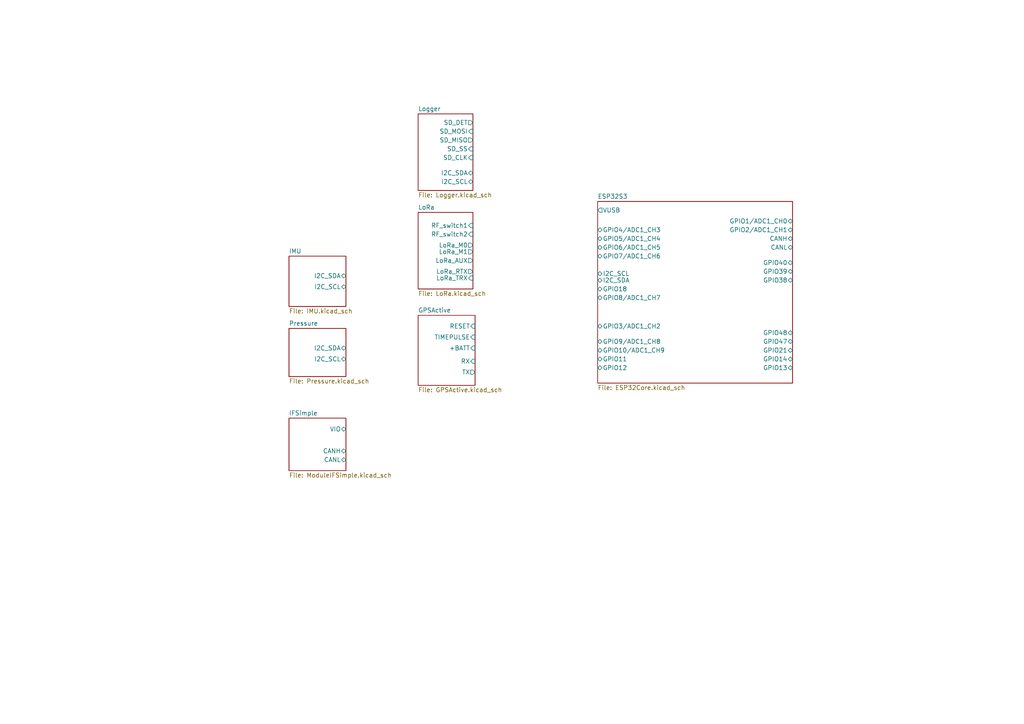
<source format=kicad_sch>
(kicad_sch
	(version 20231120)
	(generator "eeschema")
	(generator_version "8.0")
	(uuid "09ffad5f-d798-427b-afb7-94e9cea30a78")
	(paper "A4")
	(lib_symbols)
	(sheet
		(at 121.285 61.595)
		(size 15.875 22.225)
		(fields_autoplaced yes)
		(stroke
			(width 0.1524)
			(type solid)
		)
		(fill
			(color 0 0 0 0.0000)
		)
		(uuid "371b9fab-2c38-4ddb-b7b9-207fdf0685c9")
		(property "Sheetname" "LoRa"
			(at 121.285 60.8834 0)
			(effects
				(font
					(size 1.27 1.27)
				)
				(justify left bottom)
			)
		)
		(property "Sheetfile" "LoRa.kicad_sch"
			(at 121.285 84.4046 0)
			(effects
				(font
					(size 1.27 1.27)
				)
				(justify left top)
			)
		)
		(pin "RF_switch2" input
			(at 137.16 67.945 0)
			(effects
				(font
					(size 1.27 1.27)
				)
				(justify right)
			)
			(uuid "c65c85e1-c509-4299-bb0a-d5d430ea4b7a")
		)
		(pin "RF_switch1" input
			(at 137.16 65.405 0)
			(effects
				(font
					(size 1.27 1.27)
				)
				(justify right)
			)
			(uuid "3faea304-2166-4009-a353-c10fce93b023")
		)
		(pin "LoRa_M0" output
			(at 137.16 71.12 0)
			(effects
				(font
					(size 1.27 1.27)
				)
				(justify right)
			)
			(uuid "56bf9319-1adf-43bc-b89f-f2d0328be66e")
		)
		(pin "LoRa_AUX" output
			(at 137.16 75.565 0)
			(effects
				(font
					(size 1.27 1.27)
				)
				(justify right)
			)
			(uuid "c39434c1-b419-4bce-a678-eb75a0e87df5")
		)
		(pin "LoRa_M1" output
			(at 137.16 73.025 0)
			(effects
				(font
					(size 1.27 1.27)
				)
				(justify right)
			)
			(uuid "c02a539f-1dd3-4258-8f66-139f61d9aca9")
		)
		(pin "LoRa_RTX" output
			(at 137.16 78.74 0)
			(effects
				(font
					(size 1.27 1.27)
				)
				(justify right)
			)
			(uuid "804bc9b2-a93e-404a-89ac-14b464990df4")
		)
		(pin "LoRa_TRX" input
			(at 137.16 80.645 0)
			(effects
				(font
					(size 1.27 1.27)
				)
				(justify right)
			)
			(uuid "eb5e6528-8e5a-42a2-a359-aafa7a160351")
		)
		(instances
			(project "tri-measurement"
				(path "/09ffad5f-d798-427b-afb7-94e9cea30a78"
					(page "5")
				)
			)
		)
	)
	(sheet
		(at 121.285 33.02)
		(size 15.875 22.225)
		(fields_autoplaced yes)
		(stroke
			(width 0.1524)
			(type solid)
		)
		(fill
			(color 0 0 0 0.0000)
		)
		(uuid "71f191a0-ae72-46c9-a8f5-926308a69c87")
		(property "Sheetname" "Logger"
			(at 121.285 32.3084 0)
			(effects
				(font
					(size 1.27 1.27)
				)
				(justify left bottom)
			)
		)
		(property "Sheetfile" "Logger.kicad_sch"
			(at 121.285 55.8296 0)
			(effects
				(font
					(size 1.27 1.27)
				)
				(justify left top)
			)
		)
		(pin "SD_DET" output
			(at 137.16 35.56 0)
			(effects
				(font
					(size 1.27 1.27)
				)
				(justify right)
			)
			(uuid "82205120-d63d-4933-aa2e-07c012098cfb")
		)
		(pin "SD_MOSI" input
			(at 137.16 38.1 0)
			(effects
				(font
					(size 1.27 1.27)
				)
				(justify right)
			)
			(uuid "8b3567f1-9167-4f90-85e8-e3519c15c337")
		)
		(pin "SD_MISO" output
			(at 137.16 40.64 0)
			(effects
				(font
					(size 1.27 1.27)
				)
				(justify right)
			)
			(uuid "fb2fade7-4ce9-4b59-a535-9ec275e84edb")
		)
		(pin "SD_SS" input
			(at 137.16 43.18 0)
			(effects
				(font
					(size 1.27 1.27)
				)
				(justify right)
			)
			(uuid "1e1ae774-543a-4491-b83e-d603666dcecc")
		)
		(pin "SD_CLK" input
			(at 137.16 45.72 0)
			(effects
				(font
					(size 1.27 1.27)
				)
				(justify right)
			)
			(uuid "f2470f80-7430-4a41-9888-eefbe24a707c")
		)
		(pin "I2C_SCL" bidirectional
			(at 137.16 52.705 0)
			(effects
				(font
					(size 1.27 1.27)
				)
				(justify right)
			)
			(uuid "25c08f8b-86da-41d3-b808-b3b4f418e90b")
		)
		(pin "I2C_SDA" bidirectional
			(at 137.16 50.165 0)
			(effects
				(font
					(size 1.27 1.27)
				)
				(justify right)
			)
			(uuid "ad6a99dd-2b8a-4632-8741-b072e5be147f")
		)
		(instances
			(project "tri-measurement"
				(path "/09ffad5f-d798-427b-afb7-94e9cea30a78"
					(page "6")
				)
			)
		)
	)
	(sheet
		(at 121.285 91.44)
		(size 16.51 20.32)
		(fields_autoplaced yes)
		(stroke
			(width 0.1524)
			(type solid)
		)
		(fill
			(color 0 0 0 0.0000)
		)
		(uuid "72b5d682-ff11-4742-a93c-04bf0fd29476")
		(property "Sheetname" "GPSActive"
			(at 121.285 90.7284 0)
			(effects
				(font
					(size 1.27 1.27)
				)
				(justify left bottom)
			)
		)
		(property "Sheetfile" "GPSActive.kicad_sch"
			(at 121.285 112.3446 0)
			(effects
				(font
					(size 1.27 1.27)
				)
				(justify left top)
			)
		)
		(pin "TX" output
			(at 137.795 107.95 0)
			(effects
				(font
					(size 1.27 1.27)
				)
				(justify right)
			)
			(uuid "26f69f44-7cc7-495d-ab39-db944b11a4bc")
		)
		(pin "RESET" input
			(at 137.795 94.615 0)
			(effects
				(font
					(size 1.27 1.27)
				)
				(justify right)
			)
			(uuid "8a8901bc-4332-4941-9141-7100699a3989")
		)
		(pin "TIMEPULSE" input
			(at 137.795 97.79 0)
			(effects
				(font
					(size 1.27 1.27)
				)
				(justify right)
			)
			(uuid "1440a3bf-b9d1-4f7e-9103-7a02d527659a")
		)
		(pin "+BATT" input
			(at 137.795 100.965 0)
			(effects
				(font
					(size 1.27 1.27)
				)
				(justify right)
			)
			(uuid "46a4ec53-794d-4cdf-acc5-1e58ebb3c506")
		)
		(pin "RX" input
			(at 137.795 104.775 0)
			(effects
				(font
					(size 1.27 1.27)
				)
				(justify right)
			)
			(uuid "8ef2b0e6-ac7a-4a76-92be-e30a891918bf")
		)
		(instances
			(project "tri-measurement"
				(path "/09ffad5f-d798-427b-afb7-94e9cea30a78"
					(page "4")
				)
			)
		)
	)
	(sheet
		(at 173.355 58.42)
		(size 56.515 52.705)
		(fields_autoplaced yes)
		(stroke
			(width 0.1524)
			(type solid)
		)
		(fill
			(color 0 0 0 0.0000)
		)
		(uuid "79b2b908-6cd5-4c44-a29c-23eb70a47c31")
		(property "Sheetname" "ESP32S3"
			(at 173.355 57.7084 0)
			(effects
				(font
					(size 1.27 1.27)
				)
				(justify left bottom)
			)
		)
		(property "Sheetfile" "ESP32Core.kicad_sch"
			(at 173.355 111.7096 0)
			(effects
				(font
					(size 1.27 1.27)
				)
				(justify left top)
			)
		)
		(pin "GPIO3{slash}ADC1_CH2" bidirectional
			(at 173.355 94.615 180)
			(effects
				(font
					(size 1.27 1.27)
				)
				(justify left)
			)
			(uuid "6b3094e3-b949-49c3-8bd8-285c154e1e21")
		)
		(pin "GPIO2{slash}ADC1_CH1" bidirectional
			(at 229.87 66.675 0)
			(effects
				(font
					(size 1.27 1.27)
				)
				(justify right)
			)
			(uuid "6db3b1e3-1679-41e2-b359-ed1ca234802d")
		)
		(pin "GPIO5{slash}ADC1_CH4" bidirectional
			(at 173.355 69.215 180)
			(effects
				(font
					(size 1.27 1.27)
				)
				(justify left)
			)
			(uuid "5d6a7a1d-a5e5-440e-9bd9-513df0921c32")
		)
		(pin "GPIO4{slash}ADC1_CH3" bidirectional
			(at 173.355 66.675 180)
			(effects
				(font
					(size 1.27 1.27)
				)
				(justify left)
			)
			(uuid "6d58c9b6-35b4-4cc2-8a3c-e6a8f8b1db9c")
		)
		(pin "GPIO1{slash}ADC1_CH0" bidirectional
			(at 229.87 64.135 0)
			(effects
				(font
					(size 1.27 1.27)
				)
				(justify right)
			)
			(uuid "8097ab97-3769-4ba6-ba74-8c174aaf136c")
		)
		(pin "GPIO6{slash}ADC1_CH5" bidirectional
			(at 173.355 71.755 180)
			(effects
				(font
					(size 1.27 1.27)
				)
				(justify left)
			)
			(uuid "125d4028-5a0d-4c25-9915-d38f753e0b6b")
		)
		(pin "GPIO7{slash}ADC1_CH6" bidirectional
			(at 173.355 74.295 180)
			(effects
				(font
					(size 1.27 1.27)
				)
				(justify left)
			)
			(uuid "8cc0d30d-40d3-49ee-872b-af844decab14")
		)
		(pin "VUSB" output
			(at 173.355 60.96 180)
			(effects
				(font
					(size 1.27 1.27)
				)
				(justify left)
			)
			(uuid "7670f563-17bc-4265-ae78-45d7fadbf9f5")
		)
		(pin "CANL" bidirectional
			(at 229.87 71.755 0)
			(effects
				(font
					(size 1.27 1.27)
				)
				(justify right)
			)
			(uuid "c858a575-41d6-4c70-8fec-2a1ed62502e0")
		)
		(pin "CANH" bidirectional
			(at 229.87 69.215 0)
			(effects
				(font
					(size 1.27 1.27)
				)
				(justify right)
			)
			(uuid "d36dd630-8d2a-48bd-92e4-4af241fcdd73")
		)
		(pin "I2C_SCL" bidirectional
			(at 173.355 79.375 180)
			(effects
				(font
					(size 1.27 1.27)
				)
				(justify left)
			)
			(uuid "16330e4c-a1e5-421c-8dd2-dbbc8f6ca43d")
		)
		(pin "GPIO40" bidirectional
			(at 229.87 76.2 0)
			(effects
				(font
					(size 1.27 1.27)
				)
				(justify right)
			)
			(uuid "a9b1b8c6-befd-4ae9-a4aa-c6b62ffa2933")
		)
		(pin "GPIO39" bidirectional
			(at 229.87 78.74 0)
			(effects
				(font
					(size 1.27 1.27)
				)
				(justify right)
			)
			(uuid "0fcb7334-a09a-4be0-9fd0-bcac5bbb93da")
		)
		(pin "GPIO13" bidirectional
			(at 229.87 106.68 0)
			(effects
				(font
					(size 1.27 1.27)
				)
				(justify right)
			)
			(uuid "598e04c9-bad2-4aaa-a19a-43bc6b94a50d")
		)
		(pin "GPIO12" bidirectional
			(at 173.355 106.68 180)
			(effects
				(font
					(size 1.27 1.27)
				)
				(justify left)
			)
			(uuid "074d2ad1-ed17-405e-a1f9-b78e6547d3fb")
		)
		(pin "GPIO8{slash}ADC1_CH7" bidirectional
			(at 173.355 86.36 180)
			(effects
				(font
					(size 1.27 1.27)
				)
				(justify left)
			)
			(uuid "fdcc0e01-db98-4f3f-aa8e-1f34029fd556")
		)
		(pin "GPIO9{slash}ADC1_CH8" bidirectional
			(at 173.355 99.06 180)
			(effects
				(font
					(size 1.27 1.27)
				)
				(justify left)
			)
			(uuid "bfd3c9fd-e91f-4798-a7db-2066a38b205c")
		)
		(pin "GPIO10{slash}ADC1_CH9" bidirectional
			(at 173.355 101.6 180)
			(effects
				(font
					(size 1.27 1.27)
				)
				(justify left)
			)
			(uuid "5c97b281-b0eb-4bbc-b2cc-205a9c078f80")
		)
		(pin "GPIO11" bidirectional
			(at 173.355 104.14 180)
			(effects
				(font
					(size 1.27 1.27)
				)
				(justify left)
			)
			(uuid "42310358-eda7-44df-bd35-2b948d864134")
		)
		(pin "GPIO48" bidirectional
			(at 229.87 96.52 0)
			(effects
				(font
					(size 1.27 1.27)
				)
				(justify right)
			)
			(uuid "083f049b-aaa3-4703-9d01-59bf3ebbedb5")
		)
		(pin "GPIO47" bidirectional
			(at 229.87 99.06 0)
			(effects
				(font
					(size 1.27 1.27)
				)
				(justify right)
			)
			(uuid "b5b60ea6-b424-464a-8cb4-ee492c5af8f9")
		)
		(pin "I2C_SDA" bidirectional
			(at 173.355 81.28 180)
			(effects
				(font
					(size 1.27 1.27)
				)
				(justify left)
			)
			(uuid "cf4b31f1-e6eb-4e65-8613-a4439a51572a")
		)
		(pin "GPIO18" bidirectional
			(at 173.355 83.82 180)
			(effects
				(font
					(size 1.27 1.27)
				)
				(justify left)
			)
			(uuid "42dab70c-057f-42f8-a2fc-a2bf0a402f60")
		)
		(pin "GPIO21" bidirectional
			(at 229.87 101.6 0)
			(effects
				(font
					(size 1.27 1.27)
				)
				(justify right)
			)
			(uuid "b8322878-6ff0-4b54-b466-f1c7493b5988")
		)
		(pin "GPIO14" bidirectional
			(at 229.87 104.14 0)
			(effects
				(font
					(size 1.27 1.27)
				)
				(justify right)
			)
			(uuid "03bfaec4-821a-4e99-8199-2af8af4c7ab2")
		)
		(pin "GPIO38" bidirectional
			(at 229.87 81.28 0)
			(effects
				(font
					(size 1.27 1.27)
				)
				(justify right)
			)
			(uuid "dcd539ed-ef5c-4a25-b528-966575bd2776")
		)
		(instances
			(project "tri-measurement"
				(path "/09ffad5f-d798-427b-afb7-94e9cea30a78"
					(page "8")
				)
			)
		)
	)
	(sheet
		(at 83.82 74.295)
		(size 16.51 14.605)
		(fields_autoplaced yes)
		(stroke
			(width 0.1524)
			(type solid)
		)
		(fill
			(color 0 0 0 0.0000)
		)
		(uuid "8482df07-bac4-493e-96e6-eb783cc634cb")
		(property "Sheetname" "IMU"
			(at 83.82 73.5834 0)
			(effects
				(font
					(size 1.27 1.27)
				)
				(justify left bottom)
			)
		)
		(property "Sheetfile" "IMU.kicad_sch"
			(at 83.82 89.4846 0)
			(effects
				(font
					(size 1.27 1.27)
				)
				(justify left top)
			)
		)
		(pin "I2C_SDA" bidirectional
			(at 100.33 80.01 0)
			(effects
				(font
					(size 1.27 1.27)
				)
				(justify right)
			)
			(uuid "d827cfa3-cfbb-48cb-87bf-41791f38d24d")
		)
		(pin "I2C_SCL" bidirectional
			(at 100.33 83.185 0)
			(effects
				(font
					(size 1.27 1.27)
				)
				(justify right)
			)
			(uuid "870a8ab0-651a-4724-9d8f-b61da546d721")
		)
		(instances
			(project "tri-measurement"
				(path "/09ffad5f-d798-427b-afb7-94e9cea30a78"
					(page "2")
				)
			)
		)
	)
	(sheet
		(at 83.82 121.285)
		(size 16.51 15.24)
		(fields_autoplaced yes)
		(stroke
			(width 0.1524)
			(type solid)
		)
		(fill
			(color 0 0 0 0.0000)
		)
		(uuid "b70cca1e-52d2-4c2e-8090-0c3b02bbb4bc")
		(property "Sheetname" "IFSimple"
			(at 83.82 120.5734 0)
			(effects
				(font
					(size 1.27 1.27)
				)
				(justify left bottom)
			)
		)
		(property "Sheetfile" "ModuleIFSimple.kicad_sch"
			(at 83.82 137.1096 0)
			(effects
				(font
					(size 1.27 1.27)
				)
				(justify left top)
			)
		)
		(pin "CANL" bidirectional
			(at 100.33 133.35 0)
			(effects
				(font
					(size 1.27 1.27)
				)
				(justify right)
			)
			(uuid "2bec8e18-2184-4620-87cb-d605b72b87c5")
		)
		(pin "VIO" bidirectional
			(at 100.33 124.46 0)
			(effects
				(font
					(size 1.27 1.27)
				)
				(justify right)
			)
			(uuid "3d5f6785-ce99-4eb8-8789-d6b1fe79d516")
		)
		(pin "CANH" bidirectional
			(at 100.33 130.81 0)
			(effects
				(font
					(size 1.27 1.27)
				)
				(justify right)
			)
			(uuid "5f3fa2e0-0280-437f-b50c-3551576c55f7")
		)
		(instances
			(project "tri-measurement"
				(path "/09ffad5f-d798-427b-afb7-94e9cea30a78"
					(page "7")
				)
			)
		)
	)
	(sheet
		(at 83.82 95.25)
		(size 16.51 13.97)
		(fields_autoplaced yes)
		(stroke
			(width 0.1524)
			(type solid)
		)
		(fill
			(color 0 0 0 0.0000)
		)
		(uuid "fed7b5e5-0cf8-4f36-b77c-4bbd1eb1c12f")
		(property "Sheetname" "Pressure"
			(at 83.82 94.5384 0)
			(effects
				(font
					(size 1.27 1.27)
				)
				(justify left bottom)
			)
		)
		(property "Sheetfile" "Pressure.kicad_sch"
			(at 83.82 109.8046 0)
			(effects
				(font
					(size 1.27 1.27)
				)
				(justify left top)
			)
		)
		(pin "I2C_SCL" bidirectional
			(at 100.33 104.14 0)
			(effects
				(font
					(size 1.27 1.27)
				)
				(justify right)
			)
			(uuid "4a8be0e1-86d7-4ea5-a7b5-67b0920f64e5")
		)
		(pin "I2C_SDA" bidirectional
			(at 100.33 100.965 0)
			(effects
				(font
					(size 1.27 1.27)
				)
				(justify right)
			)
			(uuid "c2e872c2-03d7-4842-8b71-69c0d7711e15")
		)
		(instances
			(project "tri-measurement"
				(path "/09ffad5f-d798-427b-afb7-94e9cea30a78"
					(page "3")
				)
			)
		)
	)
	(sheet_instances
		(path "/"
			(page "1")
		)
	)
)

</source>
